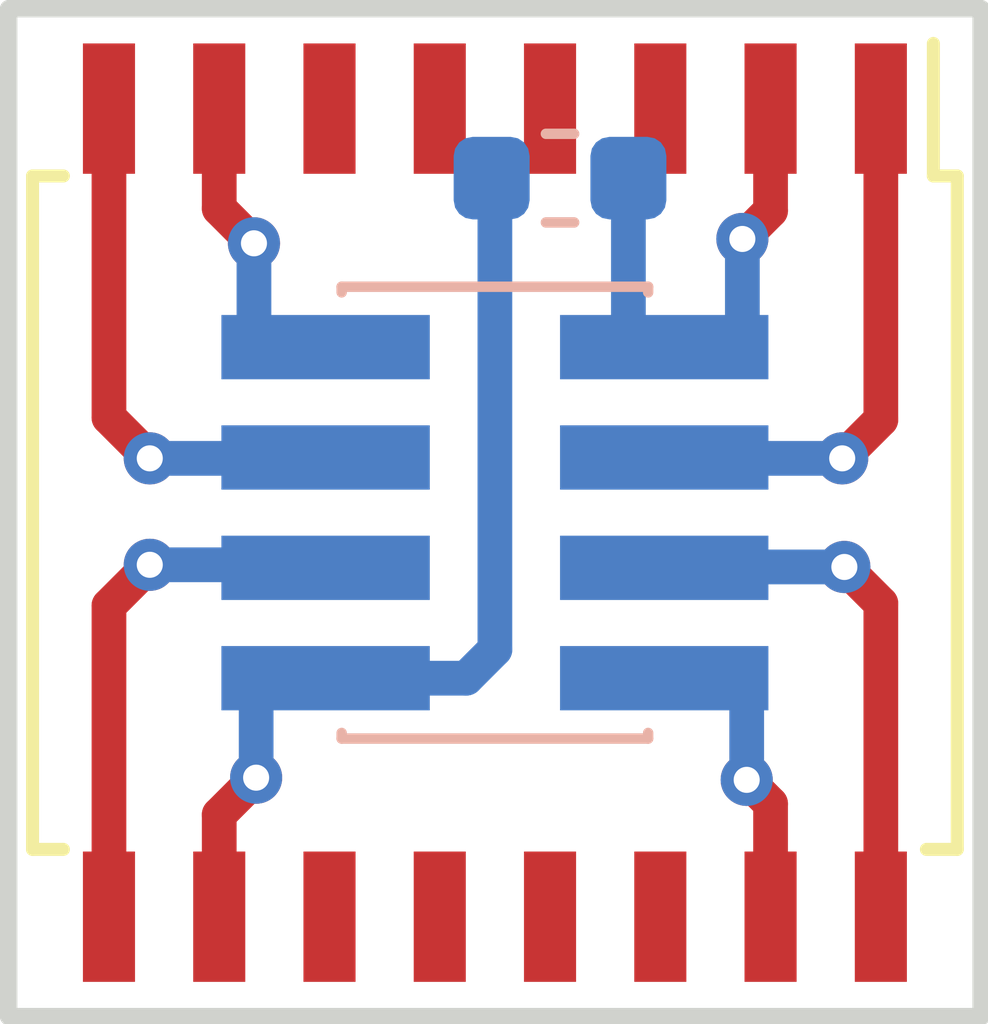
<source format=kicad_pcb>
(kicad_pcb (version 20171130) (host pcbnew "(5.0.0-rc3-dev-2-g101b68b)")

  (general
    (thickness 1.6)
    (drawings 4)
    (tracks 51)
    (zones 0)
    (modules 3)
    (nets 9)
  )

  (page A4)
  (layers
    (0 F.Cu signal)
    (31 B.Cu signal)
    (32 B.Adhes user)
    (33 F.Adhes user)
    (34 B.Paste user)
    (35 F.Paste user)
    (36 B.SilkS user)
    (37 F.SilkS user)
    (38 B.Mask user)
    (39 F.Mask user)
    (40 Dwgs.User user)
    (41 Cmts.User user)
    (42 Eco1.User user)
    (43 Eco2.User user)
    (44 Edge.Cuts user)
    (45 Margin user)
    (46 B.CrtYd user)
    (47 F.CrtYd user)
    (48 B.Fab user hide)
    (49 F.Fab user hide)
  )

  (setup
    (last_trace_width 0.4)
    (trace_clearance 0.25)
    (zone_clearance 0.508)
    (zone_45_only no)
    (trace_min 0.15)
    (segment_width 0.2)
    (edge_width 0.15)
    (via_size 0.6)
    (via_drill 0.3)
    (via_min_size 0.6)
    (via_min_drill 0.3)
    (uvia_size 0.3)
    (uvia_drill 0.1)
    (uvias_allowed no)
    (uvia_min_size 0.2)
    (uvia_min_drill 0.1)
    (pcb_text_width 0.3)
    (pcb_text_size 1.5 1.5)
    (mod_edge_width 0.15)
    (mod_text_size 1 1)
    (mod_text_width 0.15)
    (pad_size 1.524 1.524)
    (pad_drill 0.762)
    (pad_to_mask_clearance 0.1)
    (aux_axis_origin 0 0)
    (visible_elements FFFFFF7F)
    (pcbplotparams
      (layerselection 0x010fc_ffffffff)
      (usegerberextensions true)
      (usegerberattributes false)
      (usegerberadvancedattributes false)
      (creategerberjobfile false)
      (excludeedgelayer true)
      (linewidth 0.100000)
      (plotframeref false)
      (viasonmask false)
      (mode 1)
      (useauxorigin false)
      (hpglpennumber 1)
      (hpglpenspeed 20)
      (hpglpendiameter 15.000000)
      (psnegative false)
      (psa4output false)
      (plotreference true)
      (plotvalue true)
      (plotinvisibletext false)
      (padsonsilk false)
      (subtractmaskfromsilk false)
      (outputformat 1)
      (mirror false)
      (drillshape 0)
      (scaleselection 1)
      (outputdirectory "../gerber/flash-adapter/SOIC16/"))
  )

  (net 0 "")
  (net 1 /GND)
  (net 2 /VCC)
  (net 3 /~CS)
  (net 4 /~HOLD)
  (net 5 /DQ1)
  (net 6 /CLK)
  (net 7 /~WP)
  (net 8 /DQ0)

  (net_class Default "This is the default net class."
    (clearance 0.25)
    (trace_width 0.4)
    (via_dia 0.6)
    (via_drill 0.3)
    (uvia_dia 0.3)
    (uvia_drill 0.1)
    (add_net /CLK)
    (add_net /DQ0)
    (add_net /DQ1)
    (add_net /GND)
    (add_net /VCC)
    (add_net /~CS)
    (add_net /~HOLD)
    (add_net /~WP)
  )

  (module Connector_PinHeader_1.27mm:PinHeader_2x04_P1.27mm_Vertical_SMD (layer B.Cu) (tedit 5B7CA74D) (tstamp 5B4DC93F)
    (at 100 100 180)
    (descr "surface-mounted straight pin header, 2x04, 1.27mm pitch, double rows")
    (tags "Surface mounted pin header SMD 2x04 1.27mm double row")
    (path /5B4C09EB)
    (attr smd)
    (fp_text reference J101 (at 0 3.6 180) (layer B.Fab)
      (effects (font (size 1 1) (thickness 0.15)) (justify mirror))
    )
    (fp_text value Conn_02x04_Odd_Even (at 0 -3.6 180) (layer B.Fab)
      (effects (font (size 1 1) (thickness 0.15)) (justify mirror))
    )
    (fp_line (start 1.705 -2.54) (end -1.705 -2.54) (layer B.Fab) (width 0.1))
    (fp_line (start -1.27 2.54) (end 1.705 2.54) (layer B.Fab) (width 0.1))
    (fp_line (start -1.705 -2.54) (end -1.705 2.105) (layer B.Fab) (width 0.1))
    (fp_line (start -1.705 2.105) (end -1.27 2.54) (layer B.Fab) (width 0.1))
    (fp_line (start 1.705 2.54) (end 1.705 -2.54) (layer B.Fab) (width 0.1))
    (fp_line (start -1.705 2.105) (end -2.75 2.105) (layer B.Fab) (width 0.1))
    (fp_line (start -2.75 2.105) (end -2.75 1.705) (layer B.Fab) (width 0.1))
    (fp_line (start -2.75 1.705) (end -1.705 1.705) (layer B.Fab) (width 0.1))
    (fp_line (start 1.705 2.105) (end 2.75 2.105) (layer B.Fab) (width 0.1))
    (fp_line (start 2.75 2.105) (end 2.75 1.705) (layer B.Fab) (width 0.1))
    (fp_line (start 2.75 1.705) (end 1.705 1.705) (layer B.Fab) (width 0.1))
    (fp_line (start -1.705 0.835) (end -2.75 0.835) (layer B.Fab) (width 0.1))
    (fp_line (start -2.75 0.835) (end -2.75 0.435) (layer B.Fab) (width 0.1))
    (fp_line (start -2.75 0.435) (end -1.705 0.435) (layer B.Fab) (width 0.1))
    (fp_line (start 1.705 0.835) (end 2.75 0.835) (layer B.Fab) (width 0.1))
    (fp_line (start 2.75 0.835) (end 2.75 0.435) (layer B.Fab) (width 0.1))
    (fp_line (start 2.75 0.435) (end 1.705 0.435) (layer B.Fab) (width 0.1))
    (fp_line (start -1.705 -0.435) (end -2.75 -0.435) (layer B.Fab) (width 0.1))
    (fp_line (start -2.75 -0.435) (end -2.75 -0.835) (layer B.Fab) (width 0.1))
    (fp_line (start -2.75 -0.835) (end -1.705 -0.835) (layer B.Fab) (width 0.1))
    (fp_line (start 1.705 -0.435) (end 2.75 -0.435) (layer B.Fab) (width 0.1))
    (fp_line (start 2.75 -0.435) (end 2.75 -0.835) (layer B.Fab) (width 0.1))
    (fp_line (start 2.75 -0.835) (end 1.705 -0.835) (layer B.Fab) (width 0.1))
    (fp_line (start -1.705 -1.705) (end -2.75 -1.705) (layer B.Fab) (width 0.1))
    (fp_line (start -2.75 -1.705) (end -2.75 -2.105) (layer B.Fab) (width 0.1))
    (fp_line (start -2.75 -2.105) (end -1.705 -2.105) (layer B.Fab) (width 0.1))
    (fp_line (start 1.705 -1.705) (end 2.75 -1.705) (layer B.Fab) (width 0.1))
    (fp_line (start 2.75 -1.705) (end 2.75 -2.105) (layer B.Fab) (width 0.1))
    (fp_line (start 2.75 -2.105) (end 1.705 -2.105) (layer B.Fab) (width 0.1))
    (fp_line (start -1.765 2.6) (end 1.765 2.6) (layer B.SilkS) (width 0.12))
    (fp_line (start -1.765 -2.6) (end 1.765 -2.6) (layer B.SilkS) (width 0.12))
    (fp_line (start -1.765 2.6) (end -1.765 2.535) (layer B.SilkS) (width 0.12))
    (fp_line (start 1.765 2.6) (end 1.765 2.535) (layer B.SilkS) (width 0.12))
    (fp_line (start -1.765 -2.535) (end -1.765 -2.6) (layer B.SilkS) (width 0.12))
    (fp_line (start 1.765 -2.535) (end 1.765 -2.6) (layer B.SilkS) (width 0.12))
    (fp_line (start -4.3 3.05) (end -4.3 -3.05) (layer B.CrtYd) (width 0.05))
    (fp_line (start -4.3 -3.05) (end 4.3 -3.05) (layer B.CrtYd) (width 0.05))
    (fp_line (start 4.3 -3.05) (end 4.3 3.05) (layer B.CrtYd) (width 0.05))
    (fp_line (start 4.3 3.05) (end -4.3 3.05) (layer B.CrtYd) (width 0.05))
    (fp_text user %R (at 0 0 90) (layer B.Fab)
      (effects (font (size 1 1) (thickness 0.15)) (justify mirror))
    )
    (pad 1 smd rect (at -1.95 1.905 180) (size 2.4 0.74) (layers B.Cu B.Paste B.Mask)
      (net 2 /VCC))
    (pad 2 smd rect (at 1.95 1.905 180) (size 2.4 0.74) (layers B.Cu B.Paste B.Mask)
      (net 3 /~CS))
    (pad 3 smd rect (at -1.95 0.635 180) (size 2.4 0.74) (layers B.Cu B.Paste B.Mask)
      (net 4 /~HOLD))
    (pad 4 smd rect (at 1.95 0.635 180) (size 2.4 0.74) (layers B.Cu B.Paste B.Mask)
      (net 5 /DQ1))
    (pad 5 smd rect (at -1.95 -0.635 180) (size 2.4 0.74) (layers B.Cu B.Paste B.Mask)
      (net 6 /CLK))
    (pad 6 smd rect (at 1.95 -0.635 180) (size 2.4 0.74) (layers B.Cu B.Paste B.Mask)
      (net 7 /~WP))
    (pad 7 smd rect (at -1.95 -1.905 180) (size 2.4 0.74) (layers B.Cu B.Paste B.Mask)
      (net 8 /DQ0))
    (pad 8 smd rect (at 1.95 -1.905 180) (size 2.4 0.74) (layers B.Cu B.Paste B.Mask)
      (net 1 /GND))
    (model ${KISYS3DMOD}/Connector_PinHeader_1.27mm.3dshapes/PinHeader_2x04_P1.27mm_Vertical_SMD.wrl
      (at (xyz 0 0 0))
      (scale (xyz 1 1 1))
      (rotate (xyz 0 0 0))
    )
  )

  (module Capacitor_SMD:C_0603_1608Metric (layer B.Cu) (tedit 5B4BCAD1) (tstamp 5B4C9D92)
    (at 100.75 96.15 180)
    (descr "Capacitor SMD 0603 (1608 Metric), square (rectangular) end terminal, IPC_7351 nominal, (Body size source: http://www.tortai-tech.com/upload/download/2011102023233369053.pdf), generated with kicad-footprint-generator")
    (tags capacitor)
    (path /5B4BD581)
    (attr smd)
    (fp_text reference C101 (at 0 1.43 180) (layer B.Fab)
      (effects (font (size 1 1) (thickness 0.15)) (justify mirror))
    )
    (fp_text value 100n (at 0 -1.43 180) (layer B.Fab)
      (effects (font (size 1 1) (thickness 0.15)) (justify mirror))
    )
    (fp_line (start -0.8 -0.4) (end -0.8 0.4) (layer B.Fab) (width 0.1))
    (fp_line (start -0.8 0.4) (end 0.8 0.4) (layer B.Fab) (width 0.1))
    (fp_line (start 0.8 0.4) (end 0.8 -0.4) (layer B.Fab) (width 0.1))
    (fp_line (start 0.8 -0.4) (end -0.8 -0.4) (layer B.Fab) (width 0.1))
    (fp_line (start -0.162779 0.51) (end 0.162779 0.51) (layer B.SilkS) (width 0.12))
    (fp_line (start -0.162779 -0.51) (end 0.162779 -0.51) (layer B.SilkS) (width 0.12))
    (fp_line (start -1.48 -0.73) (end -1.48 0.73) (layer B.CrtYd) (width 0.05))
    (fp_line (start -1.48 0.73) (end 1.48 0.73) (layer B.CrtYd) (width 0.05))
    (fp_line (start 1.48 0.73) (end 1.48 -0.73) (layer B.CrtYd) (width 0.05))
    (fp_line (start 1.48 -0.73) (end -1.48 -0.73) (layer B.CrtYd) (width 0.05))
    (fp_text user %R (at 0 0 180) (layer B.Fab)
      (effects (font (size 0.4 0.4) (thickness 0.06)) (justify mirror))
    )
    (pad 1 smd roundrect (at -0.7875 0 180) (size 0.875 0.95) (layers B.Cu B.Paste B.Mask) (roundrect_rratio 0.25)
      (net 2 /VCC))
    (pad 2 smd roundrect (at 0.7875 0 180) (size 0.875 0.95) (layers B.Cu B.Paste B.Mask) (roundrect_rratio 0.25)
      (net 1 /GND))
    (model ${KISYS3DMOD}/Capacitor_SMD.3dshapes/C_0603_1608Metric.wrl
      (at (xyz 0 0 0))
      (scale (xyz 1 1 1))
      (rotate (xyz 0 0 0))
    )
  )

  (module Package_SO:SOIC-16W_7.5x10.3mm_P1.27mm (layer F.Cu) (tedit 5B74E329) (tstamp 5B74E425)
    (at 100 100 270)
    (descr "16-Lead Plastic Small Outline (SO) - Wide, 7.50 mm Body [SOIC] (see Microchip Packaging Specification 00000049BS.pdf)")
    (tags "SOIC 1.27")
    (path /5B74E4F2)
    (attr smd)
    (fp_text reference U101 (at 0 -6.25 270) (layer F.Fab)
      (effects (font (size 1 1) (thickness 0.15)))
    )
    (fp_text value W25Q64FVSF (at 0 6.25 270) (layer F.Fab)
      (effects (font (size 1 1) (thickness 0.15)))
    )
    (fp_text user %R (at 0 0 270) (layer F.Fab)
      (effects (font (size 1 1) (thickness 0.15)))
    )
    (fp_line (start -2.75 -5.15) (end 3.75 -5.15) (layer F.Fab) (width 0.15))
    (fp_line (start 3.75 -5.15) (end 3.75 5.15) (layer F.Fab) (width 0.15))
    (fp_line (start 3.75 5.15) (end -3.75 5.15) (layer F.Fab) (width 0.15))
    (fp_line (start -3.75 5.15) (end -3.75 -4.15) (layer F.Fab) (width 0.15))
    (fp_line (start -3.75 -4.15) (end -2.75 -5.15) (layer F.Fab) (width 0.15))
    (fp_line (start -5.65 -5.5) (end -5.65 5.5) (layer F.CrtYd) (width 0.05))
    (fp_line (start 5.65 -5.5) (end 5.65 5.5) (layer F.CrtYd) (width 0.05))
    (fp_line (start -5.65 -5.5) (end 5.65 -5.5) (layer F.CrtYd) (width 0.05))
    (fp_line (start -5.65 5.5) (end 5.65 5.5) (layer F.CrtYd) (width 0.05))
    (fp_line (start -3.875 -5.325) (end -3.875 -5.05) (layer F.SilkS) (width 0.15))
    (fp_line (start 3.875 -5.325) (end 3.875 -4.97) (layer F.SilkS) (width 0.15))
    (fp_line (start 3.875 5.325) (end 3.875 4.97) (layer F.SilkS) (width 0.15))
    (fp_line (start -3.875 5.325) (end -3.875 4.97) (layer F.SilkS) (width 0.15))
    (fp_line (start -3.875 -5.325) (end 3.875 -5.325) (layer F.SilkS) (width 0.15))
    (fp_line (start -3.875 5.325) (end 3.875 5.325) (layer F.SilkS) (width 0.15))
    (fp_line (start -3.875 -5.05) (end -5.4 -5.05) (layer F.SilkS) (width 0.15))
    (pad 1 smd rect (at -4.65 -4.445 270) (size 1.5 0.6) (layers F.Cu F.Paste F.Mask)
      (net 4 /~HOLD))
    (pad 2 smd rect (at -4.65 -3.175 270) (size 1.5 0.6) (layers F.Cu F.Paste F.Mask)
      (net 2 /VCC))
    (pad 3 smd rect (at -4.65 -1.905 270) (size 1.5 0.6) (layers F.Cu F.Paste F.Mask))
    (pad 4 smd rect (at -4.65 -0.635 270) (size 1.5 0.6) (layers F.Cu F.Paste F.Mask))
    (pad 5 smd rect (at -4.65 0.635 270) (size 1.5 0.6) (layers F.Cu F.Paste F.Mask))
    (pad 6 smd rect (at -4.65 1.905 270) (size 1.5 0.6) (layers F.Cu F.Paste F.Mask))
    (pad 7 smd rect (at -4.65 3.175 270) (size 1.5 0.6) (layers F.Cu F.Paste F.Mask)
      (net 3 /~CS))
    (pad 8 smd rect (at -4.65 4.445 270) (size 1.5 0.6) (layers F.Cu F.Paste F.Mask)
      (net 5 /DQ1))
    (pad 9 smd rect (at 4.65 4.445 270) (size 1.5 0.6) (layers F.Cu F.Paste F.Mask)
      (net 7 /~WP))
    (pad 10 smd rect (at 4.65 3.175 270) (size 1.5 0.6) (layers F.Cu F.Paste F.Mask)
      (net 1 /GND))
    (pad 11 smd rect (at 4.65 1.905 270) (size 1.5 0.6) (layers F.Cu F.Paste F.Mask))
    (pad 12 smd rect (at 4.65 0.635 270) (size 1.5 0.6) (layers F.Cu F.Paste F.Mask))
    (pad 13 smd rect (at 4.65 -0.635 270) (size 1.5 0.6) (layers F.Cu F.Paste F.Mask))
    (pad 14 smd rect (at 4.65 -1.905 270) (size 1.5 0.6) (layers F.Cu F.Paste F.Mask))
    (pad 15 smd rect (at 4.65 -3.175 270) (size 1.5 0.6) (layers F.Cu F.Paste F.Mask)
      (net 8 /DQ0))
    (pad 16 smd rect (at 4.65 -4.445 270) (size 1.5 0.6) (layers F.Cu F.Paste F.Mask)
      (net 6 /CLK))
    (model ${KISYS3DMOD}/Package_SO.3dshapes/SOIC-16W_7.5x10.3mm_P1.27mm.wrl
      (at (xyz 0 0 0))
      (scale (xyz 1 1 1))
      (rotate (xyz 0 0 0))
    )
  )

  (gr_line (start 94.4 94.2) (end 94.4 105.8) (layer Edge.Cuts) (width 0.2))
  (gr_line (start 94.4 105.8) (end 105.6 105.8) (layer Edge.Cuts) (width 0.2))
  (gr_line (start 105.6 94.2) (end 105.6 105.8) (layer Edge.Cuts) (width 0.2))
  (gr_line (start 94.4 94.2) (end 105.6 94.2) (layer Edge.Cuts) (width 0.2))

  (via (at 97.25 103.05) (size 0.6) (drill 0.3) (layers F.Cu B.Cu) (net 1))
  (segment (start 96.825 103.475) (end 97.25 103.05) (width 0.4) (layer F.Cu) (net 1))
  (segment (start 96.825 104.65) (end 96.825 103.475) (width 0.4) (layer F.Cu) (net 1))
  (segment (start 97.445 101.905) (end 98.05 101.905) (width 0.4) (layer B.Cu) (net 1))
  (segment (start 97.25 102.1) (end 97.445 101.905) (width 0.4) (layer B.Cu) (net 1))
  (segment (start 97.25 103.05) (end 97.25 102.1) (width 0.4) (layer B.Cu) (net 1))
  (segment (start 99.67 101.905) (end 98.05 101.905) (width 0.4) (layer B.Cu) (net 1))
  (segment (start 99.9625 96.2625) (end 100 96.3) (width 0.4) (layer B.Cu) (net 1))
  (segment (start 100 101.575) (end 99.67 101.905) (width 0.4) (layer B.Cu) (net 1))
  (segment (start 100 96.3) (end 100 101.575) (width 0.4) (layer B.Cu) (net 1))
  (segment (start 99.9625 96.15) (end 99.9625 96.2625) (width 0.4) (layer B.Cu) (net 1))
  (via (at 102.85 96.85) (size 0.6) (drill 0.3) (layers F.Cu B.Cu) (net 2))
  (segment (start 103.175 96.525) (end 102.85 96.85) (width 0.4) (layer F.Cu) (net 2))
  (segment (start 103.175 95.35) (end 103.175 96.525) (width 0.4) (layer F.Cu) (net 2))
  (segment (start 102.605 98.095) (end 101.95 98.095) (width 0.4) (layer B.Cu) (net 2))
  (segment (start 102.85 97.85) (end 102.605 98.095) (width 0.4) (layer B.Cu) (net 2))
  (segment (start 102.85 96.85) (end 102.85 97.85) (width 0.4) (layer B.Cu) (net 2))
  (segment (start 101.5375 98.0875) (end 101.525 98.1) (width 0.4) (layer B.Cu) (net 2))
  (segment (start 101.5375 96.15) (end 101.5375 98.0875) (width 0.4) (layer B.Cu) (net 2))
  (via (at 97.225 96.9) (size 0.6) (drill 0.3) (layers F.Cu B.Cu) (net 3))
  (segment (start 96.825 96.5) (end 97.225 96.9) (width 0.4) (layer F.Cu) (net 3))
  (segment (start 96.825 95.35) (end 96.825 96.5) (width 0.4) (layer F.Cu) (net 3))
  (segment (start 97.37 98.095) (end 98.05 98.095) (width 0.4) (layer B.Cu) (net 3))
  (segment (start 97.225 97.95) (end 97.37 98.095) (width 0.4) (layer B.Cu) (net 3))
  (segment (start 97.225 96.9) (end 97.225 97.95) (width 0.4) (layer B.Cu) (net 3))
  (via (at 104 99.375) (size 0.6) (drill 0.3) (layers F.Cu B.Cu) (net 4))
  (segment (start 104.445 98.93) (end 104 99.375) (width 0.4) (layer F.Cu) (net 4))
  (segment (start 104.445 95.35) (end 104.445 98.93) (width 0.4) (layer F.Cu) (net 4))
  (segment (start 101.96 99.375) (end 101.95 99.365) (width 0.4) (layer B.Cu) (net 4))
  (segment (start 104 99.375) (end 101.96 99.375) (width 0.4) (layer B.Cu) (net 4))
  (via (at 96.025 99.375) (size 0.6) (drill 0.3) (layers F.Cu B.Cu) (net 5))
  (segment (start 95.555 98.905) (end 96.025 99.375) (width 0.4) (layer F.Cu) (net 5))
  (segment (start 95.555 95.35) (end 95.555 98.905) (width 0.4) (layer F.Cu) (net 5))
  (segment (start 98.04 99.375) (end 98.05 99.365) (width 0.4) (layer B.Cu) (net 5))
  (segment (start 96.025 99.375) (end 98.04 99.375) (width 0.4) (layer B.Cu) (net 5))
  (segment (start 104.445 101.045) (end 104.025 100.625) (width 0.4) (layer F.Cu) (net 6))
  (via (at 104.025 100.625) (size 0.6) (drill 0.3) (layers F.Cu B.Cu) (net 6))
  (segment (start 104.445 104.65) (end 104.445 101.045) (width 0.4) (layer F.Cu) (net 6))
  (segment (start 101.96 100.625) (end 101.95 100.635) (width 0.4) (layer B.Cu) (net 6))
  (segment (start 104.025 100.625) (end 101.96 100.625) (width 0.4) (layer B.Cu) (net 6))
  (via (at 96.025 100.6) (size 0.6) (drill 0.3) (layers F.Cu B.Cu) (net 7))
  (segment (start 95.555 101.07) (end 96.025 100.6) (width 0.4) (layer F.Cu) (net 7))
  (segment (start 95.555 104.65) (end 95.555 101.07) (width 0.4) (layer F.Cu) (net 7))
  (segment (start 98.015 100.6) (end 98.05 100.635) (width 0.4) (layer B.Cu) (net 7))
  (segment (start 96.025 100.6) (end 98.015 100.6) (width 0.4) (layer B.Cu) (net 7))
  (via (at 102.9 103.075) (size 0.6) (drill 0.3) (layers F.Cu B.Cu) (net 8))
  (segment (start 103.175 103.35) (end 102.9 103.075) (width 0.4) (layer F.Cu) (net 8))
  (segment (start 103.175 104.65) (end 103.175 103.35) (width 0.4) (layer F.Cu) (net 8))
  (segment (start 102.9 102.125) (end 102.68 101.905) (width 0.4) (layer B.Cu) (net 8))
  (segment (start 102.68 101.905) (end 101.95 101.905) (width 0.4) (layer B.Cu) (net 8))
  (segment (start 102.9 103.075) (end 102.9 102.125) (width 0.4) (layer B.Cu) (net 8))

)

</source>
